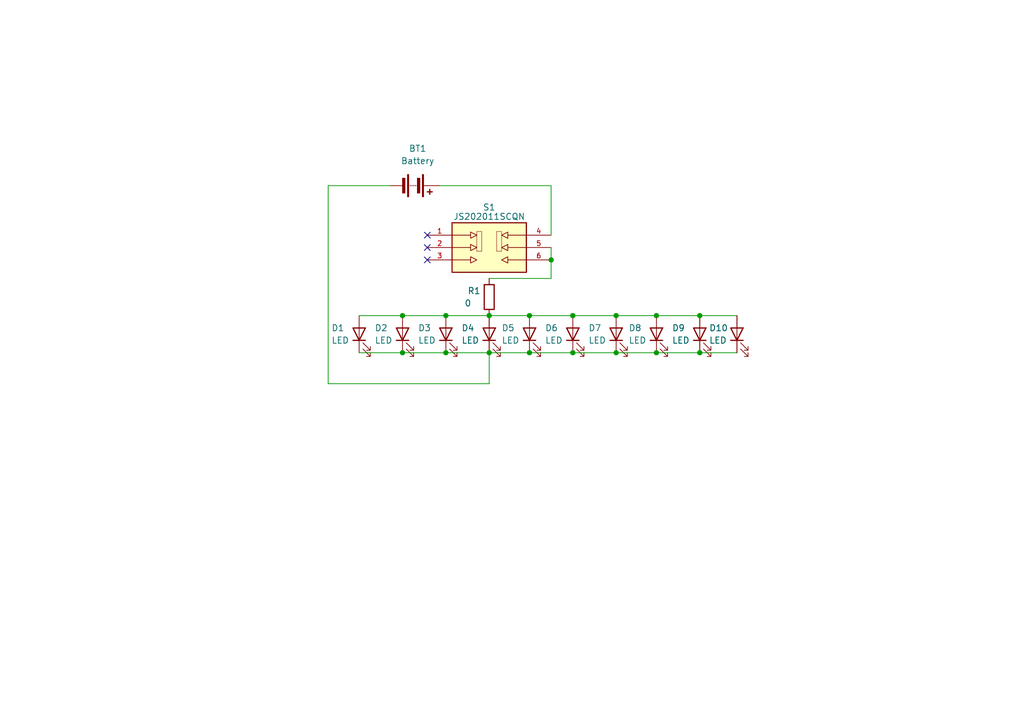
<source format=kicad_sch>
(kicad_sch (version 20230121) (generator eeschema)
  (paper "A5")
  (title_block (title "Christmas PCB tree") (date "2023-12-06") (rev "V0.2") (comment 1 "Casper Tak"))
  (lib_symbols
    (symbol "Device:Battery" (pin_numbers hide) (pin_names (offset 0) hide)
      (property "Reference" "BT1" (at -7.62 0.5715 90))
      (property "Value" "Battery" (at -5.08 0.5715 90))
      (symbol "Battery_0_1"
        (rectangle (start -2.286 -1.27) (end 2.286 -1.524) (fill (type outline)))
        (rectangle (start -2.286 1.778) (end 2.286 1.524) (fill (type outline)))
        (rectangle (start -1.524 -2.032) (end 1.524 -2.54) (fill (type outline)))
        (rectangle (start -1.524 1.016) (end 1.524 0.508) (fill (type outline)))
        (polyline (pts (xy 0 -1.016) (xy 0 -0.762)))
        (polyline (pts (xy 0 -0.508) (xy 0 -0.254)))
        (polyline (pts (xy 0 0) (xy 0 0.254)))
        (polyline (pts (xy 0 1.778) (xy 0 2.54)))
        (polyline (pts (xy 0.762 3.048) (xy 1.778 3.048)) (stroke (width 0.254)))
        (polyline (pts (xy 1.27 3.556) (xy 1.27 2.54)) (stroke (width 0.254)))
      )
      (symbol "Battery_1_1"
        (pin input line (at 0 5.08 270) (length 2.54) (name "+") (number "1"))
        (pin input line (at 0 -5.08 90) (length 2.54) (name "-") (number "2"))
      )
    )
    (symbol "Device:LED" (pin_numbers hide) (pin_names (offset 1.016) hide)
      (property "Reference" "D" (at 0 2.54 0))
      (property "Value" "LED" (at 0 -2.54 0))
      (symbol "LED_0_1"
        (polyline (pts (xy -1.27 -1.27) (xy -1.27 1.27)) (stroke (width 0.254)))
        (polyline (pts (xy -1.27 0) (xy 1.27 0)))
        (polyline (pts (xy 1.27 -1.27) (xy 1.27 1.27) (xy -1.27 0) (xy 1.27 -1.27)) (stroke (width 0.254)))
        (polyline (pts (xy -3.048 -0.762) (xy -4.572 -2.286) (xy -3.81 -2.286) (xy -4.572 -2.286) (xy -4.572 -1.524)))
        (polyline (pts (xy -1.778 -0.762) (xy -3.302 -2.286) (xy -2.54 -2.286) (xy -3.302 -2.286) (xy -3.302 -1.524)))
      )
      (symbol "LED_1_1"
        (pin passive line (at -3.81 0 0) (length 2.54) (name "K") (number "1"))
        (pin passive line (at 3.81 0 180) (length 2.54) (name "A") (number "2"))
      )
    )
    (symbol "Device:R" (pin_numbers hide) (pin_names (offset 0))
      (property "Reference" "R" (at 2.032 0 90))
      (property "Value" "R" (at 0 0 90))
      (symbol "R_0_1"
        (rectangle (start -1.016 -2.54) (end 1.016 2.54) (stroke (width 0.254)))
      )
      (symbol "R_1_1"
        (pin passive line (at 0 3.81 270) (length 1.27) (name "~") (number "1"))
        (pin passive line (at 0 -3.81 90) (length 1.27) (name "~") (number "2"))
      )
    )
    (symbol "JS202011SCQN:JS202011SCQN" (pin_names (offset 1.016) hide)
      (property "Reference" "S" (at -7.62 6.35 0))
      (property "Value" "JS202011SCQN" (at -7.62 -6.35 0))
      (symbol "JS202011SCQN_0_0"
        (rectangle (start -7.62 -5.08) (end 7.62 5.08) (stroke (width 0.254)) (fill (type background)))
        (polyline (pts (xy -7.62 -2.54) (xy -3.81 -2.54)) (stroke (width 0.1524)))
        (polyline (pts (xy -7.62 0) (xy -3.81 0)) (stroke (width 0.1524)))
        (polyline (pts (xy -7.62 2.54) (xy -3.81 2.54)) (stroke (width 0.1524)))
        (polyline (pts (xy 7.62 -2.54) (xy 3.81 -2.54)) (stroke (width 0.1524)))
        (polyline (pts (xy 7.62 0) (xy 3.81 0)) (stroke (width 0.1524)))
        (polyline (pts (xy 7.62 2.54) (xy 3.81 2.54)) (stroke (width 0.1524)))
        (polyline (pts (xy -3.81 -1.905) (xy -3.81 -3.175) (xy -2.54 -2.54) (xy -3.81 -1.905)) (stroke (width 0.1524)) (fill (type background)))
        (polyline (pts (xy -3.81 0.635) (xy -3.81 -0.635) (xy -2.54 0) (xy -3.81 0.635)) (stroke (width 0.1524)) (fill (type background)))
        (polyline (pts (xy -3.81 3.175) (xy -3.81 1.905) (xy -2.54 2.54) (xy -3.81 3.175)) (stroke (width 0.1524)) (fill (type background)))
        (polyline (pts (xy 3.81 -3.175) (xy 3.81 -1.905) (xy 2.54 -2.54) (xy 3.81 -3.175)) (stroke (width 0.1524)) (fill (type background)))
        (polyline (pts (xy 3.81 -0.635) (xy 3.81 0.635) (xy 2.54 0) (xy 3.81 -0.635)) (stroke (width 0.1524)) (fill (type background)))
        (polyline (pts (xy 3.81 1.905) (xy 3.81 3.175) (xy 2.54 2.54) (xy 3.81 1.905)) (stroke (width 0.1524)) (fill (type background)))
        (polyline (pts (xy -2.54 3.302) (xy -2.54 -0.762) (xy -1.524 -0.762) (xy -1.524 3.302) (xy -2.54 3.302)) (stroke (width 0.0254)) (fill (type background)))
        (polyline (pts (xy 1.524 3.302) (xy 1.524 -0.762) (xy 2.54 -0.762) (xy 2.54 3.302) (xy 1.524 3.302)) (stroke (width 0.0254)) (fill (type background)))
        (pin passive line (at -12.7 2.54 0) (length 5.08) (name "~") (number "1"))
        (pin passive line (at -12.7 0 0) (length 5.08) (name "~") (number "2"))
        (pin passive line (at -12.7 -2.54 0) (length 5.08) (name "~") (number "3"))
        (pin passive line (at 12.7 2.54 180) (length 5.08) (name "~") (number "4"))
        (pin passive line (at 12.7 0 180) (length 5.08) (name "~") (number "5"))
        (pin passive line (at 12.7 -2.54 180) (length 5.08) (name "~") (number "6"))
      )
    )
  )
  (junction (at 134.62 64.77))
  (junction (at 100.33 64.77))
  (junction (at 113.03 53.34))
  (junction (at 100.33 72.39))
  (junction (at 134.62 72.39))
  (junction (at 82.55 72.39))
  (junction (at 117.475 64.77))
  (junction (at 82.55 64.77))
  (junction (at 143.51 72.39))
  (junction (at 108.585 72.39))
  (junction (at 143.51 64.77))
  (junction (at 126.365 72.39))
  (junction (at 108.585 64.77))
  (junction (at 91.44 72.39))
  (junction (at 91.44 64.77))
  (junction (at 117.475 72.39))
  (junction (at 126.365 64.77))
  (no_connect (at 87.63 53.34))
  (no_connect (at 87.63 48.26))
  (no_connect (at 87.63 50.8))
  (wire (pts (xy 82.55 72.39) (xy 91.44 72.39)))
  (wire (pts (xy 82.55 64.77) (xy 91.44 64.77)))
  (wire (pts (xy 134.62 72.39) (xy 143.51 72.39)))
  (wire (pts (xy 100.33 72.39) (xy 108.585 72.39)))
  (wire (pts (xy 90.17 38.1) (xy 113.03 38.1)))
  (wire (pts (xy 117.475 72.39) (xy 126.365 72.39)))
  (wire (pts (xy 100.33 57.15) (xy 113.03 57.15)))
  (wire (pts (xy 91.44 64.77) (xy 100.33 64.77)))
  (wire (pts (xy 113.03 50.8) (xy 113.03 53.34)))
  (wire (pts (xy 117.475 64.77) (xy 126.365 64.77)))
  (wire (pts (xy 100.33 64.77) (xy 108.585 64.77)))
  (wire (pts (xy 113.03 38.1) (xy 113.03 48.26)))
  (wire (pts (xy 73.66 64.77) (xy 82.55 64.77)))
  (wire (pts (xy 143.51 72.39) (xy 151.13 72.39)))
  (wire (pts (xy 67.31 78.74) (xy 100.33 78.74)))
  (wire (pts (xy 67.31 38.1) (xy 67.31 78.74)))
  (wire (pts (xy 126.365 64.77) (xy 134.62 64.77)))
  (wire (pts (xy 126.365 72.39) (xy 134.62 72.39)))
  (wire (pts (xy 73.66 72.39) (xy 82.55 72.39)))
  (wire (pts (xy 143.51 64.77) (xy 151.13 64.77)))
  (wire (pts (xy 91.44 72.39) (xy 100.33 72.39)))
  (wire (pts (xy 108.585 72.39) (xy 117.475 72.39)))
  (wire (pts (xy 108.585 64.77) (xy 117.475 64.77)))
  (wire (pts (xy 113.03 57.15) (xy 113.03 53.34)))
  (wire (pts (xy 67.31 38.1) (xy 80.01 38.1)))
  (wire (pts (xy 100.33 78.74) (xy 100.33 72.39)))
  (wire (pts (xy 134.62 64.77) (xy 143.51 64.77)))
  (symbol (lib_id "Device:Battery") (at 85.09 38.1 270) (unit 1)
    (property "Reference" "BT1" (at 85.6615 30.48 90))
    (property "Value" "Battery" (at 85.6615 33.02 90))
    (property "Footprint" "Battery:BatteryHolder_Keystone_2468_2xAAA" (effects hide))
  )
  (symbol (lib_id "Device:LED") (at 73.66 68.58 90) (unit 1)
    (property "Reference" "D1" (at 67.945 67.31 90) (effects (justify right)))
    (property "Value" "LED" (at 67.945 69.85 90) (effects (justify right)))
    (property "Footprint" "LED_THT:LED_D5.0mm_Clear" (effects hide))
  )
  (symbol (lib_id "Device:R") (at 100.33 60.96 0) (unit 1)
    (property "Reference" "R1" (at 95.885 59.69 0) (effects (justify left)))
    (property "Value" "0" (at 95.25 62.23 0) (effects (justify left)))
    (property "Footprint" "Resistor_THT:R_Axial_DIN0207_L6.3mm_D2.5mm_P7.62mm_Horizontal" (effects hide))
    (property "Purpose" "led current resistor" (effects hide))
  )
  (symbol (lib_id "Device:LED") (at 126.365 68.58 90) (unit 1)
    (property "Reference" "D7" (at 120.65 67.31 90) (effects (justify right)))
    (property "Value" "LED" (at 120.65 69.85 90) (effects (justify right)))
    (property "Footprint" "LED_THT:LED_D5.0mm_Clear" (effects hide))
  )
  (symbol (lib_id "Device:LED") (at 134.62 68.58 90) (unit 1)
    (property "Reference" "D8" (at 128.905 67.31 90) (effects (justify right)))
    (property "Value" "LED" (at 128.905 69.85 90) (effects (justify right)))
    (property "Footprint" "LED_THT:LED_D5.0mm_Clear" (effects hide))
  )
  (symbol (lib_id "Device:LED") (at 100.33 68.58 90) (unit 1)
    (property "Reference" "D4" (at 94.615 67.31 90) (effects (justify right)))
    (property "Value" "LED" (at 94.615 69.85 90) (effects (justify right)))
    (property "Footprint" "LED_THT:LED_D5.0mm_Clear" (effects hide))
  )
  (symbol (lib_id "Device:LED") (at 117.475 68.58 90) (unit 1)
    (property "Reference" "D6" (at 111.76 67.31 90) (effects (justify right)))
    (property "Value" "LED" (at 111.76 69.85 90) (effects (justify right)))
    (property "Footprint" "LED_THT:LED_D5.0mm_Clear" (effects hide))
  )
  (symbol (lib_id "Device:LED") (at 82.55 68.58 90) (unit 1)
    (property "Reference" "D2" (at 76.835 67.31 90) (effects (justify right)))
    (property "Value" "LED" (at 76.835 69.85 90) (effects (justify right)))
    (property "Footprint" "LED_THT:LED_D5.0mm_Clear" (effects hide))
  )
  (symbol (lib_id "Device:LED") (at 108.585 68.58 90) (unit 1)
    (property "Reference" "D5" (at 102.87 67.31 90) (effects (justify right)))
    (property "Value" "LED" (at 102.87 69.85 90) (effects (justify right)))
    (property "Footprint" "LED_THT:LED_D5.0mm_Clear" (effects hide))
  )
  (symbol (lib_id "Device:LED") (at 151.13 68.58 90) (unit 1)
    (property "Reference" "D10" (at 145.415 67.31 90) (effects (justify right)))
    (property "Value" "LED" (at 145.415 69.85 90) (effects (justify right)))
    (property "Footprint" "LED_THT:LED_D5.0mm_Clear" (effects hide))
  )
  (symbol (lib_id "Device:LED") (at 91.44 68.58 90) (unit 1)
    (property "Reference" "D3" (at 85.725 67.31 90) (effects (justify right)))
    (property "Value" "LED" (at 85.725 69.85 90) (effects (justify right)))
    (property "Footprint" "LED_THT:LED_D5.0mm_Clear" (effects hide))
  )
  (symbol (lib_id "JS202011SCQN:JS202011SCQN") (at 100.33 50.8 0) (unit 1)
    (property "Reference" "S1" (at 100.33 42.545 0))
    (property "Value" "JS202011SCQN" (at 100.33 44.45 0))
    (property "Footprint" "SamacSys_Parts:JS202011SCQN" (effects hide))
    (property "STANDARD" "Manufacturer Recommendations" (effects hide))
    (property "MANUFACTURER" "C&K" (effects hide))
    (property "MAXIMUM_PACKAGE_HEIGHT" "5.5 mm" (effects hide))
    (property "PARTREV" "26 May 22" (effects hide))
    (property "SNAPEDA_PN" "JS202011SCQN" (effects hide))
  )
  (symbol (lib_id "Device:LED") (at 143.51 68.58 90) (unit 1)
    (property "Reference" "D9" (at 137.795 67.31 90) (effects (justify right)))
    (property "Value" "LED" (at 137.795 69.85 90) (effects (justify right)))
    (property "Footprint" "LED_THT:LED_D5.0mm_Clear" (effects hide))
  )
)
</source>
